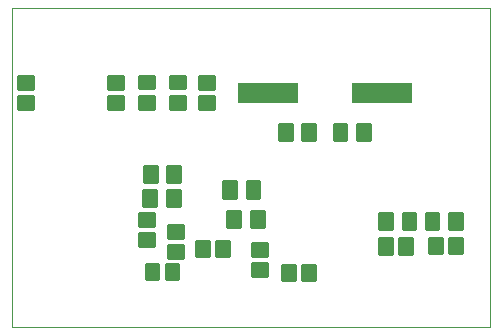
<source format=gbp>
G75*
%MOIN*%
%OFA0B0*%
%FSLAX25Y25*%
%IPPOS*%
%LPD*%
%AMOC8*
5,1,8,0,0,1.08239X$1,22.5*
%
%ADD10C,0.00000*%
%ADD11R,0.20000X0.07000*%
%ADD12C,0.01535*%
D10*
X0001600Y0001600D02*
X0161049Y0001600D01*
X0161049Y0107899D01*
X0001600Y0107899D01*
X0001600Y0001600D01*
D11*
X0086800Y0079500D03*
X0124800Y0079500D03*
D12*
X0120629Y0064118D02*
X0117045Y0064118D01*
X0117045Y0068882D01*
X0120629Y0068882D01*
X0120629Y0064118D01*
X0120629Y0065652D02*
X0117045Y0065652D01*
X0117045Y0067186D02*
X0120629Y0067186D01*
X0120629Y0068720D02*
X0117045Y0068720D01*
X0112755Y0064118D02*
X0109171Y0064118D01*
X0109171Y0068882D01*
X0112755Y0068882D01*
X0112755Y0064118D01*
X0112755Y0065652D02*
X0109171Y0065652D01*
X0109171Y0067186D02*
X0112755Y0067186D01*
X0112755Y0068720D02*
X0109171Y0068720D01*
X0102329Y0068982D02*
X0098745Y0068982D01*
X0102329Y0068982D02*
X0102329Y0064218D01*
X0098745Y0064218D01*
X0098745Y0068982D01*
X0098745Y0065752D02*
X0102329Y0065752D01*
X0102329Y0067286D02*
X0098745Y0067286D01*
X0098745Y0068820D02*
X0102329Y0068820D01*
X0094455Y0068982D02*
X0090871Y0068982D01*
X0094455Y0068982D02*
X0094455Y0064218D01*
X0090871Y0064218D01*
X0090871Y0068982D01*
X0090871Y0065752D02*
X0094455Y0065752D01*
X0094455Y0067286D02*
X0090871Y0067286D01*
X0090871Y0068820D02*
X0094455Y0068820D01*
X0064314Y0074662D02*
X0064314Y0078246D01*
X0068686Y0078246D01*
X0068686Y0074662D01*
X0064314Y0074662D01*
X0064314Y0076196D02*
X0068686Y0076196D01*
X0068686Y0077730D02*
X0064314Y0077730D01*
X0054614Y0078346D02*
X0054614Y0074762D01*
X0054614Y0078346D02*
X0058986Y0078346D01*
X0058986Y0074762D01*
X0054614Y0074762D01*
X0054614Y0076296D02*
X0058986Y0076296D01*
X0058986Y0077830D02*
X0054614Y0077830D01*
X0044314Y0078346D02*
X0044314Y0074762D01*
X0044314Y0078346D02*
X0048686Y0078346D01*
X0048686Y0074762D01*
X0044314Y0074762D01*
X0044314Y0076296D02*
X0048686Y0076296D01*
X0048686Y0077830D02*
X0044314Y0077830D01*
X0044314Y0081454D02*
X0044314Y0085038D01*
X0048686Y0085038D01*
X0048686Y0081454D01*
X0044314Y0081454D01*
X0044314Y0082988D02*
X0048686Y0082988D01*
X0048686Y0084522D02*
X0044314Y0084522D01*
X0034014Y0084938D02*
X0034014Y0081354D01*
X0034014Y0084938D02*
X0038386Y0084938D01*
X0038386Y0081354D01*
X0034014Y0081354D01*
X0034014Y0082888D02*
X0038386Y0082888D01*
X0038386Y0084422D02*
X0034014Y0084422D01*
X0034014Y0078246D02*
X0034014Y0074662D01*
X0034014Y0078246D02*
X0038386Y0078246D01*
X0038386Y0074662D01*
X0034014Y0074662D01*
X0034014Y0076196D02*
X0038386Y0076196D01*
X0038386Y0077730D02*
X0034014Y0077730D01*
X0054614Y0081454D02*
X0054614Y0085038D01*
X0058986Y0085038D01*
X0058986Y0081454D01*
X0054614Y0081454D01*
X0054614Y0082988D02*
X0058986Y0082988D01*
X0058986Y0084522D02*
X0054614Y0084522D01*
X0064314Y0084938D02*
X0064314Y0081354D01*
X0064314Y0084938D02*
X0068686Y0084938D01*
X0068686Y0081354D01*
X0064314Y0081354D01*
X0064314Y0082888D02*
X0068686Y0082888D01*
X0068686Y0084422D02*
X0064314Y0084422D01*
X0057329Y0050118D02*
X0053745Y0050118D01*
X0053745Y0054882D01*
X0057329Y0054882D01*
X0057329Y0050118D01*
X0057329Y0051652D02*
X0053745Y0051652D01*
X0053745Y0053186D02*
X0057329Y0053186D01*
X0057329Y0054720D02*
X0053745Y0054720D01*
X0049455Y0050118D02*
X0045871Y0050118D01*
X0045871Y0054882D01*
X0049455Y0054882D01*
X0049455Y0050118D01*
X0049455Y0051652D02*
X0045871Y0051652D01*
X0045871Y0053186D02*
X0049455Y0053186D01*
X0049455Y0054720D02*
X0045871Y0054720D01*
X0045771Y0046982D02*
X0049355Y0046982D01*
X0049355Y0042218D01*
X0045771Y0042218D01*
X0045771Y0046982D01*
X0045771Y0043752D02*
X0049355Y0043752D01*
X0049355Y0045286D02*
X0045771Y0045286D01*
X0045771Y0046820D02*
X0049355Y0046820D01*
X0053645Y0046982D02*
X0057229Y0046982D01*
X0057229Y0042218D01*
X0053645Y0042218D01*
X0053645Y0046982D01*
X0053645Y0043752D02*
X0057229Y0043752D01*
X0057229Y0045286D02*
X0053645Y0045286D01*
X0053645Y0046820D02*
X0057229Y0046820D01*
X0044214Y0039138D02*
X0044214Y0035554D01*
X0044214Y0039138D02*
X0048586Y0039138D01*
X0048586Y0035554D01*
X0044214Y0035554D01*
X0044214Y0037088D02*
X0048586Y0037088D01*
X0048586Y0038622D02*
X0044214Y0038622D01*
X0044214Y0032446D02*
X0044214Y0028862D01*
X0044214Y0032446D02*
X0048586Y0032446D01*
X0048586Y0028862D01*
X0044214Y0028862D01*
X0044214Y0030396D02*
X0048586Y0030396D01*
X0048586Y0031930D02*
X0044214Y0031930D01*
X0054014Y0031554D02*
X0054014Y0035138D01*
X0058386Y0035138D01*
X0058386Y0031554D01*
X0054014Y0031554D01*
X0054014Y0033088D02*
X0058386Y0033088D01*
X0058386Y0034622D02*
X0054014Y0034622D01*
X0063362Y0025614D02*
X0066946Y0025614D01*
X0063362Y0025614D02*
X0063362Y0029986D01*
X0066946Y0029986D01*
X0066946Y0025614D01*
X0066946Y0027148D02*
X0063362Y0027148D01*
X0063362Y0028682D02*
X0066946Y0028682D01*
X0070054Y0025614D02*
X0073638Y0025614D01*
X0070054Y0025614D02*
X0070054Y0029986D01*
X0073638Y0029986D01*
X0073638Y0025614D01*
X0073638Y0027148D02*
X0070054Y0027148D01*
X0070054Y0028682D02*
X0073638Y0028682D01*
X0086286Y0029238D02*
X0086286Y0025654D01*
X0081914Y0025654D01*
X0081914Y0029238D01*
X0086286Y0029238D01*
X0086286Y0027188D02*
X0081914Y0027188D01*
X0081914Y0028722D02*
X0086286Y0028722D01*
X0086286Y0022546D02*
X0086286Y0018962D01*
X0081914Y0018962D01*
X0081914Y0022546D01*
X0086286Y0022546D01*
X0086286Y0020496D02*
X0081914Y0020496D01*
X0081914Y0022030D02*
X0086286Y0022030D01*
X0091962Y0021986D02*
X0095546Y0021986D01*
X0095546Y0017614D01*
X0091962Y0017614D01*
X0091962Y0021986D01*
X0091962Y0019148D02*
X0095546Y0019148D01*
X0095546Y0020682D02*
X0091962Y0020682D01*
X0098654Y0021986D02*
X0102238Y0021986D01*
X0102238Y0017614D01*
X0098654Y0017614D01*
X0098654Y0021986D01*
X0098654Y0019148D02*
X0102238Y0019148D01*
X0102238Y0020682D02*
X0098654Y0020682D01*
X0085129Y0039982D02*
X0081545Y0039982D01*
X0085129Y0039982D02*
X0085129Y0035218D01*
X0081545Y0035218D01*
X0081545Y0039982D01*
X0081545Y0036752D02*
X0085129Y0036752D01*
X0085129Y0038286D02*
X0081545Y0038286D01*
X0081545Y0039820D02*
X0085129Y0039820D01*
X0083729Y0045018D02*
X0080145Y0045018D01*
X0080145Y0049782D01*
X0083729Y0049782D01*
X0083729Y0045018D01*
X0083729Y0046552D02*
X0080145Y0046552D01*
X0080145Y0048086D02*
X0083729Y0048086D01*
X0083729Y0049620D02*
X0080145Y0049620D01*
X0075855Y0045018D02*
X0072271Y0045018D01*
X0072271Y0049782D01*
X0075855Y0049782D01*
X0075855Y0045018D01*
X0075855Y0046552D02*
X0072271Y0046552D01*
X0072271Y0048086D02*
X0075855Y0048086D01*
X0075855Y0049620D02*
X0072271Y0049620D01*
X0073671Y0039982D02*
X0077255Y0039982D01*
X0077255Y0035218D01*
X0073671Y0035218D01*
X0073671Y0039982D01*
X0073671Y0036752D02*
X0077255Y0036752D01*
X0077255Y0038286D02*
X0073671Y0038286D01*
X0073671Y0039820D02*
X0077255Y0039820D01*
X0054014Y0028446D02*
X0054014Y0024862D01*
X0054014Y0028446D02*
X0058386Y0028446D01*
X0058386Y0024862D01*
X0054014Y0024862D01*
X0054014Y0026396D02*
X0058386Y0026396D01*
X0058386Y0027930D02*
X0054014Y0027930D01*
X0053154Y0022286D02*
X0056738Y0022286D01*
X0056738Y0017914D01*
X0053154Y0017914D01*
X0053154Y0022286D01*
X0053154Y0019448D02*
X0056738Y0019448D01*
X0056738Y0020982D02*
X0053154Y0020982D01*
X0050046Y0022286D02*
X0046462Y0022286D01*
X0050046Y0022286D02*
X0050046Y0017914D01*
X0046462Y0017914D01*
X0046462Y0022286D01*
X0046462Y0019448D02*
X0050046Y0019448D01*
X0050046Y0020982D02*
X0046462Y0020982D01*
X0124252Y0026404D02*
X0127836Y0026404D01*
X0124252Y0026404D02*
X0124252Y0030776D01*
X0127836Y0030776D01*
X0127836Y0026404D01*
X0127836Y0027938D02*
X0124252Y0027938D01*
X0124252Y0029472D02*
X0127836Y0029472D01*
X0130944Y0026404D02*
X0134528Y0026404D01*
X0130944Y0026404D02*
X0130944Y0030776D01*
X0134528Y0030776D01*
X0134528Y0026404D01*
X0134528Y0027938D02*
X0130944Y0027938D01*
X0130944Y0029472D02*
X0134528Y0029472D01*
X0135719Y0039262D02*
X0132135Y0039262D01*
X0135719Y0039262D02*
X0135719Y0034498D01*
X0132135Y0034498D01*
X0132135Y0039262D01*
X0132135Y0036032D02*
X0135719Y0036032D01*
X0135719Y0037566D02*
X0132135Y0037566D01*
X0132135Y0039100D02*
X0135719Y0039100D01*
X0139811Y0039262D02*
X0143395Y0039262D01*
X0143395Y0034498D01*
X0139811Y0034498D01*
X0139811Y0039262D01*
X0139811Y0036032D02*
X0143395Y0036032D01*
X0143395Y0037566D02*
X0139811Y0037566D01*
X0139811Y0039100D02*
X0143395Y0039100D01*
X0147685Y0039262D02*
X0151269Y0039262D01*
X0151269Y0034498D01*
X0147685Y0034498D01*
X0147685Y0039262D01*
X0147685Y0036032D02*
X0151269Y0036032D01*
X0151269Y0037566D02*
X0147685Y0037566D01*
X0147685Y0039100D02*
X0151269Y0039100D01*
X0151318Y0026494D02*
X0147734Y0026494D01*
X0147734Y0030866D01*
X0151318Y0030866D01*
X0151318Y0026494D01*
X0151318Y0028028D02*
X0147734Y0028028D01*
X0147734Y0029562D02*
X0151318Y0029562D01*
X0144626Y0026494D02*
X0141042Y0026494D01*
X0141042Y0030866D01*
X0144626Y0030866D01*
X0144626Y0026494D01*
X0144626Y0028028D02*
X0141042Y0028028D01*
X0141042Y0029562D02*
X0144626Y0029562D01*
X0127845Y0039262D02*
X0124261Y0039262D01*
X0127845Y0039262D02*
X0127845Y0034498D01*
X0124261Y0034498D01*
X0124261Y0039262D01*
X0124261Y0036032D02*
X0127845Y0036032D01*
X0127845Y0037566D02*
X0124261Y0037566D01*
X0124261Y0039100D02*
X0127845Y0039100D01*
X0004014Y0074662D02*
X0004014Y0078246D01*
X0008386Y0078246D01*
X0008386Y0074662D01*
X0004014Y0074662D01*
X0004014Y0076196D02*
X0008386Y0076196D01*
X0008386Y0077730D02*
X0004014Y0077730D01*
X0004014Y0081354D02*
X0004014Y0084938D01*
X0008386Y0084938D01*
X0008386Y0081354D01*
X0004014Y0081354D01*
X0004014Y0082888D02*
X0008386Y0082888D01*
X0008386Y0084422D02*
X0004014Y0084422D01*
M02*

</source>
